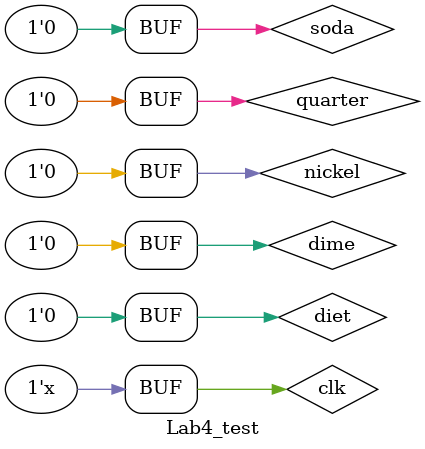
<source format=v>
module Lab4_test;

	// Inputs
	reg quarter;
	reg nickel;
	reg dime;
	reg soda;
	reg diet;
	reg clk;

	// Outputs
	wire GiveSoda;
	wire GiveDiet;
	wire Change;
	wire [3:0] curr;
	wire [3:0] next;

	// Instantiate the Unit Under Test (UUT)
	Lab4 uut (
		.quarter(quarter), 
		.nickel(nickel), 
		.dime(dime), 
		.soda(soda), 
		.diet(diet), 
		.clk(clk), 
		.GiveSoda(GiveSoda), 
		.GiveDiet(GiveDiet), 
		.Change(Change),
		.curr(curr),
		.next(next)
	);
	
	always begin
		clk = ~clk;
		#5;
	end

	initial begin
		// Initialize Inputs
		quarter = 0;
		nickel = 0;
		dime = 0;
		soda = 0;
		diet = 0;
		clk = 0;

		// Wait 100 ns for global reset to finish
		#100;
		nickel = 1;
		
		#10;
		nickel = 0;
		#40;
				
		#10;
		quarter = 1;
		
		#10;
		quarter = 0;
		#40;
		
		#10;
		dime = 1;
		
		#10;
		dime = 0;
		#40;
		
		#10;
		quarter = 1;
		
		#10;
		quarter = 0;
		#40;
		
		#10;
		soda = 1;
		
		#10;
		soda = 0;
		#40;
		
//		parameter s0 = 4'b0000;		//0
//		parameter s5 = 4'b0001;		//1
//		parameter s10 = 4'b0010;	//2
//		parameter s15 = 4'b0011;	//3
//		parameter s20 = 4'b0100;	//4
//		parameter s25 = 4'b0101;	//5
//		parameter s30 = 4'b0110;	//6
//		parameter s35 = 4'b0111;	//7
//		parameter s40 = 4'b1000;	//8
//		parameter s45 = 4'b1001;	//9
//		parameter s50 = 4'b1010;	//10
//		parameter s55 = 4'b1011;	//11
//		parameter s60 = 4'b1100;	//12
//		parameter s65 = 4'b1101;	//13

	end
      
endmodule


</source>
